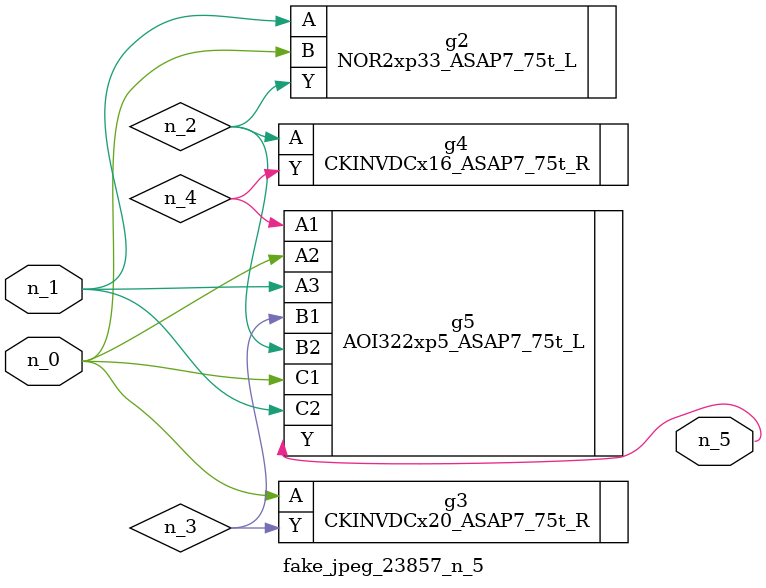
<source format=v>
module fake_jpeg_23857_n_5 (n_0, n_1, n_5);

input n_0;
input n_1;

output n_5;

wire n_3;
wire n_2;
wire n_4;

NOR2xp33_ASAP7_75t_L g2 ( 
.A(n_1),
.B(n_0),
.Y(n_2)
);

CKINVDCx20_ASAP7_75t_R g3 ( 
.A(n_0),
.Y(n_3)
);

CKINVDCx16_ASAP7_75t_R g4 ( 
.A(n_2),
.Y(n_4)
);

AOI322xp5_ASAP7_75t_L g5 ( 
.A1(n_4),
.A2(n_0),
.A3(n_1),
.B1(n_3),
.B2(n_2),
.C1(n_0),
.C2(n_1),
.Y(n_5)
);


endmodule
</source>
